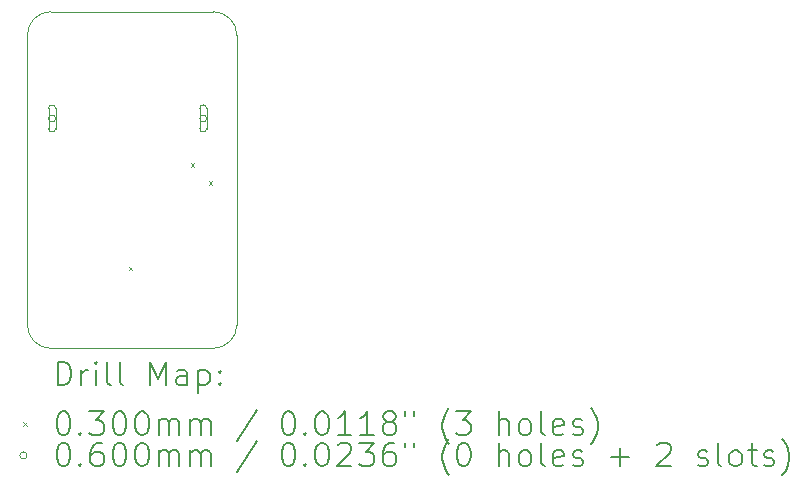
<source format=gbr>
%TF.GenerationSoftware,KiCad,Pcbnew,9.0.3*%
%TF.CreationDate,2025-09-05T20:04:56+02:00*%
%TF.ProjectId,SwitchHolderAdapter,53776974-6368-4486-9f6c-646572416461,rev?*%
%TF.SameCoordinates,Original*%
%TF.FileFunction,Drillmap*%
%TF.FilePolarity,Positive*%
%FSLAX45Y45*%
G04 Gerber Fmt 4.5, Leading zero omitted, Abs format (unit mm)*
G04 Created by KiCad (PCBNEW 9.0.3) date 2025-09-05 20:04:56*
%MOMM*%
%LPD*%
G01*
G04 APERTURE LIST*
%ADD10C,0.050000*%
%ADD11C,0.200000*%
%ADD12C,0.100000*%
G04 APERTURE END LIST*
D10*
X15175000Y-7350000D02*
G75*
G02*
X15375000Y-7550000I0J-200000D01*
G01*
X13600000Y-7550000D02*
G75*
G02*
X13800000Y-7350000I200000J0D01*
G01*
X15375000Y-10000000D02*
G75*
G02*
X15175000Y-10200000I-200000J0D01*
G01*
X13800000Y-10200000D02*
G75*
G02*
X13600000Y-10000000I0J200000D01*
G01*
X13800000Y-7350000D02*
X15175000Y-7350000D01*
X15375000Y-7550000D02*
X15375000Y-10000000D01*
X13600000Y-10000000D02*
X13600000Y-7550000D01*
X15175000Y-10200000D02*
X13800000Y-10200000D01*
D11*
D12*
X14460000Y-9510000D02*
X14490000Y-9540000D01*
X14490000Y-9510000D02*
X14460000Y-9540000D01*
X14985000Y-8635000D02*
X15015000Y-8665000D01*
X15015000Y-8635000D02*
X14985000Y-8665000D01*
X15135000Y-8785000D02*
X15165000Y-8815000D01*
X15165000Y-8785000D02*
X15135000Y-8815000D01*
X13840000Y-8254000D02*
G75*
G02*
X13780000Y-8254000I-30000J0D01*
G01*
X13780000Y-8254000D02*
G75*
G02*
X13840000Y-8254000I30000J0D01*
G01*
X13840000Y-8339000D02*
X13840000Y-8169000D01*
X13780000Y-8169000D02*
G75*
G02*
X13840000Y-8169000I30000J0D01*
G01*
X13780000Y-8169000D02*
X13780000Y-8339000D01*
X13780000Y-8339000D02*
G75*
G03*
X13840000Y-8339000I30000J0D01*
G01*
X15120000Y-8254000D02*
G75*
G02*
X15060000Y-8254000I-30000J0D01*
G01*
X15060000Y-8254000D02*
G75*
G02*
X15120000Y-8254000I30000J0D01*
G01*
X15120000Y-8339000D02*
X15120000Y-8169000D01*
X15060000Y-8169000D02*
G75*
G02*
X15120000Y-8169000I30000J0D01*
G01*
X15060000Y-8169000D02*
X15060000Y-8339000D01*
X15060000Y-8339000D02*
G75*
G03*
X15120000Y-8339000I30000J0D01*
G01*
D11*
X13858277Y-10513984D02*
X13858277Y-10313984D01*
X13858277Y-10313984D02*
X13905896Y-10313984D01*
X13905896Y-10313984D02*
X13934467Y-10323508D01*
X13934467Y-10323508D02*
X13953515Y-10342555D01*
X13953515Y-10342555D02*
X13963039Y-10361603D01*
X13963039Y-10361603D02*
X13972562Y-10399698D01*
X13972562Y-10399698D02*
X13972562Y-10428270D01*
X13972562Y-10428270D02*
X13963039Y-10466365D01*
X13963039Y-10466365D02*
X13953515Y-10485412D01*
X13953515Y-10485412D02*
X13934467Y-10504460D01*
X13934467Y-10504460D02*
X13905896Y-10513984D01*
X13905896Y-10513984D02*
X13858277Y-10513984D01*
X14058277Y-10513984D02*
X14058277Y-10380650D01*
X14058277Y-10418746D02*
X14067801Y-10399698D01*
X14067801Y-10399698D02*
X14077324Y-10390174D01*
X14077324Y-10390174D02*
X14096372Y-10380650D01*
X14096372Y-10380650D02*
X14115420Y-10380650D01*
X14182086Y-10513984D02*
X14182086Y-10380650D01*
X14182086Y-10313984D02*
X14172562Y-10323508D01*
X14172562Y-10323508D02*
X14182086Y-10333031D01*
X14182086Y-10333031D02*
X14191610Y-10323508D01*
X14191610Y-10323508D02*
X14182086Y-10313984D01*
X14182086Y-10313984D02*
X14182086Y-10333031D01*
X14305896Y-10513984D02*
X14286848Y-10504460D01*
X14286848Y-10504460D02*
X14277324Y-10485412D01*
X14277324Y-10485412D02*
X14277324Y-10313984D01*
X14410658Y-10513984D02*
X14391610Y-10504460D01*
X14391610Y-10504460D02*
X14382086Y-10485412D01*
X14382086Y-10485412D02*
X14382086Y-10313984D01*
X14639229Y-10513984D02*
X14639229Y-10313984D01*
X14639229Y-10313984D02*
X14705896Y-10456841D01*
X14705896Y-10456841D02*
X14772562Y-10313984D01*
X14772562Y-10313984D02*
X14772562Y-10513984D01*
X14953515Y-10513984D02*
X14953515Y-10409222D01*
X14953515Y-10409222D02*
X14943991Y-10390174D01*
X14943991Y-10390174D02*
X14924943Y-10380650D01*
X14924943Y-10380650D02*
X14886848Y-10380650D01*
X14886848Y-10380650D02*
X14867801Y-10390174D01*
X14953515Y-10504460D02*
X14934467Y-10513984D01*
X14934467Y-10513984D02*
X14886848Y-10513984D01*
X14886848Y-10513984D02*
X14867801Y-10504460D01*
X14867801Y-10504460D02*
X14858277Y-10485412D01*
X14858277Y-10485412D02*
X14858277Y-10466365D01*
X14858277Y-10466365D02*
X14867801Y-10447317D01*
X14867801Y-10447317D02*
X14886848Y-10437793D01*
X14886848Y-10437793D02*
X14934467Y-10437793D01*
X14934467Y-10437793D02*
X14953515Y-10428270D01*
X15048753Y-10380650D02*
X15048753Y-10580650D01*
X15048753Y-10390174D02*
X15067801Y-10380650D01*
X15067801Y-10380650D02*
X15105896Y-10380650D01*
X15105896Y-10380650D02*
X15124943Y-10390174D01*
X15124943Y-10390174D02*
X15134467Y-10399698D01*
X15134467Y-10399698D02*
X15143991Y-10418746D01*
X15143991Y-10418746D02*
X15143991Y-10475889D01*
X15143991Y-10475889D02*
X15134467Y-10494936D01*
X15134467Y-10494936D02*
X15124943Y-10504460D01*
X15124943Y-10504460D02*
X15105896Y-10513984D01*
X15105896Y-10513984D02*
X15067801Y-10513984D01*
X15067801Y-10513984D02*
X15048753Y-10504460D01*
X15229705Y-10494936D02*
X15239229Y-10504460D01*
X15239229Y-10504460D02*
X15229705Y-10513984D01*
X15229705Y-10513984D02*
X15220182Y-10504460D01*
X15220182Y-10504460D02*
X15229705Y-10494936D01*
X15229705Y-10494936D02*
X15229705Y-10513984D01*
X15229705Y-10390174D02*
X15239229Y-10399698D01*
X15239229Y-10399698D02*
X15229705Y-10409222D01*
X15229705Y-10409222D02*
X15220182Y-10399698D01*
X15220182Y-10399698D02*
X15229705Y-10390174D01*
X15229705Y-10390174D02*
X15229705Y-10409222D01*
D12*
X13567500Y-10827500D02*
X13597500Y-10857500D01*
X13597500Y-10827500D02*
X13567500Y-10857500D01*
D11*
X13896372Y-10733984D02*
X13915420Y-10733984D01*
X13915420Y-10733984D02*
X13934467Y-10743508D01*
X13934467Y-10743508D02*
X13943991Y-10753031D01*
X13943991Y-10753031D02*
X13953515Y-10772079D01*
X13953515Y-10772079D02*
X13963039Y-10810174D01*
X13963039Y-10810174D02*
X13963039Y-10857793D01*
X13963039Y-10857793D02*
X13953515Y-10895889D01*
X13953515Y-10895889D02*
X13943991Y-10914936D01*
X13943991Y-10914936D02*
X13934467Y-10924460D01*
X13934467Y-10924460D02*
X13915420Y-10933984D01*
X13915420Y-10933984D02*
X13896372Y-10933984D01*
X13896372Y-10933984D02*
X13877324Y-10924460D01*
X13877324Y-10924460D02*
X13867801Y-10914936D01*
X13867801Y-10914936D02*
X13858277Y-10895889D01*
X13858277Y-10895889D02*
X13848753Y-10857793D01*
X13848753Y-10857793D02*
X13848753Y-10810174D01*
X13848753Y-10810174D02*
X13858277Y-10772079D01*
X13858277Y-10772079D02*
X13867801Y-10753031D01*
X13867801Y-10753031D02*
X13877324Y-10743508D01*
X13877324Y-10743508D02*
X13896372Y-10733984D01*
X14048753Y-10914936D02*
X14058277Y-10924460D01*
X14058277Y-10924460D02*
X14048753Y-10933984D01*
X14048753Y-10933984D02*
X14039229Y-10924460D01*
X14039229Y-10924460D02*
X14048753Y-10914936D01*
X14048753Y-10914936D02*
X14048753Y-10933984D01*
X14124943Y-10733984D02*
X14248753Y-10733984D01*
X14248753Y-10733984D02*
X14182086Y-10810174D01*
X14182086Y-10810174D02*
X14210658Y-10810174D01*
X14210658Y-10810174D02*
X14229705Y-10819698D01*
X14229705Y-10819698D02*
X14239229Y-10829222D01*
X14239229Y-10829222D02*
X14248753Y-10848270D01*
X14248753Y-10848270D02*
X14248753Y-10895889D01*
X14248753Y-10895889D02*
X14239229Y-10914936D01*
X14239229Y-10914936D02*
X14229705Y-10924460D01*
X14229705Y-10924460D02*
X14210658Y-10933984D01*
X14210658Y-10933984D02*
X14153515Y-10933984D01*
X14153515Y-10933984D02*
X14134467Y-10924460D01*
X14134467Y-10924460D02*
X14124943Y-10914936D01*
X14372562Y-10733984D02*
X14391610Y-10733984D01*
X14391610Y-10733984D02*
X14410658Y-10743508D01*
X14410658Y-10743508D02*
X14420182Y-10753031D01*
X14420182Y-10753031D02*
X14429705Y-10772079D01*
X14429705Y-10772079D02*
X14439229Y-10810174D01*
X14439229Y-10810174D02*
X14439229Y-10857793D01*
X14439229Y-10857793D02*
X14429705Y-10895889D01*
X14429705Y-10895889D02*
X14420182Y-10914936D01*
X14420182Y-10914936D02*
X14410658Y-10924460D01*
X14410658Y-10924460D02*
X14391610Y-10933984D01*
X14391610Y-10933984D02*
X14372562Y-10933984D01*
X14372562Y-10933984D02*
X14353515Y-10924460D01*
X14353515Y-10924460D02*
X14343991Y-10914936D01*
X14343991Y-10914936D02*
X14334467Y-10895889D01*
X14334467Y-10895889D02*
X14324943Y-10857793D01*
X14324943Y-10857793D02*
X14324943Y-10810174D01*
X14324943Y-10810174D02*
X14334467Y-10772079D01*
X14334467Y-10772079D02*
X14343991Y-10753031D01*
X14343991Y-10753031D02*
X14353515Y-10743508D01*
X14353515Y-10743508D02*
X14372562Y-10733984D01*
X14563039Y-10733984D02*
X14582086Y-10733984D01*
X14582086Y-10733984D02*
X14601134Y-10743508D01*
X14601134Y-10743508D02*
X14610658Y-10753031D01*
X14610658Y-10753031D02*
X14620182Y-10772079D01*
X14620182Y-10772079D02*
X14629705Y-10810174D01*
X14629705Y-10810174D02*
X14629705Y-10857793D01*
X14629705Y-10857793D02*
X14620182Y-10895889D01*
X14620182Y-10895889D02*
X14610658Y-10914936D01*
X14610658Y-10914936D02*
X14601134Y-10924460D01*
X14601134Y-10924460D02*
X14582086Y-10933984D01*
X14582086Y-10933984D02*
X14563039Y-10933984D01*
X14563039Y-10933984D02*
X14543991Y-10924460D01*
X14543991Y-10924460D02*
X14534467Y-10914936D01*
X14534467Y-10914936D02*
X14524943Y-10895889D01*
X14524943Y-10895889D02*
X14515420Y-10857793D01*
X14515420Y-10857793D02*
X14515420Y-10810174D01*
X14515420Y-10810174D02*
X14524943Y-10772079D01*
X14524943Y-10772079D02*
X14534467Y-10753031D01*
X14534467Y-10753031D02*
X14543991Y-10743508D01*
X14543991Y-10743508D02*
X14563039Y-10733984D01*
X14715420Y-10933984D02*
X14715420Y-10800650D01*
X14715420Y-10819698D02*
X14724943Y-10810174D01*
X14724943Y-10810174D02*
X14743991Y-10800650D01*
X14743991Y-10800650D02*
X14772563Y-10800650D01*
X14772563Y-10800650D02*
X14791610Y-10810174D01*
X14791610Y-10810174D02*
X14801134Y-10829222D01*
X14801134Y-10829222D02*
X14801134Y-10933984D01*
X14801134Y-10829222D02*
X14810658Y-10810174D01*
X14810658Y-10810174D02*
X14829705Y-10800650D01*
X14829705Y-10800650D02*
X14858277Y-10800650D01*
X14858277Y-10800650D02*
X14877324Y-10810174D01*
X14877324Y-10810174D02*
X14886848Y-10829222D01*
X14886848Y-10829222D02*
X14886848Y-10933984D01*
X14982086Y-10933984D02*
X14982086Y-10800650D01*
X14982086Y-10819698D02*
X14991610Y-10810174D01*
X14991610Y-10810174D02*
X15010658Y-10800650D01*
X15010658Y-10800650D02*
X15039229Y-10800650D01*
X15039229Y-10800650D02*
X15058277Y-10810174D01*
X15058277Y-10810174D02*
X15067801Y-10829222D01*
X15067801Y-10829222D02*
X15067801Y-10933984D01*
X15067801Y-10829222D02*
X15077324Y-10810174D01*
X15077324Y-10810174D02*
X15096372Y-10800650D01*
X15096372Y-10800650D02*
X15124943Y-10800650D01*
X15124943Y-10800650D02*
X15143991Y-10810174D01*
X15143991Y-10810174D02*
X15153515Y-10829222D01*
X15153515Y-10829222D02*
X15153515Y-10933984D01*
X15543991Y-10724460D02*
X15372563Y-10981603D01*
X15801134Y-10733984D02*
X15820182Y-10733984D01*
X15820182Y-10733984D02*
X15839229Y-10743508D01*
X15839229Y-10743508D02*
X15848753Y-10753031D01*
X15848753Y-10753031D02*
X15858277Y-10772079D01*
X15858277Y-10772079D02*
X15867801Y-10810174D01*
X15867801Y-10810174D02*
X15867801Y-10857793D01*
X15867801Y-10857793D02*
X15858277Y-10895889D01*
X15858277Y-10895889D02*
X15848753Y-10914936D01*
X15848753Y-10914936D02*
X15839229Y-10924460D01*
X15839229Y-10924460D02*
X15820182Y-10933984D01*
X15820182Y-10933984D02*
X15801134Y-10933984D01*
X15801134Y-10933984D02*
X15782086Y-10924460D01*
X15782086Y-10924460D02*
X15772563Y-10914936D01*
X15772563Y-10914936D02*
X15763039Y-10895889D01*
X15763039Y-10895889D02*
X15753515Y-10857793D01*
X15753515Y-10857793D02*
X15753515Y-10810174D01*
X15753515Y-10810174D02*
X15763039Y-10772079D01*
X15763039Y-10772079D02*
X15772563Y-10753031D01*
X15772563Y-10753031D02*
X15782086Y-10743508D01*
X15782086Y-10743508D02*
X15801134Y-10733984D01*
X15953515Y-10914936D02*
X15963039Y-10924460D01*
X15963039Y-10924460D02*
X15953515Y-10933984D01*
X15953515Y-10933984D02*
X15943991Y-10924460D01*
X15943991Y-10924460D02*
X15953515Y-10914936D01*
X15953515Y-10914936D02*
X15953515Y-10933984D01*
X16086848Y-10733984D02*
X16105896Y-10733984D01*
X16105896Y-10733984D02*
X16124944Y-10743508D01*
X16124944Y-10743508D02*
X16134467Y-10753031D01*
X16134467Y-10753031D02*
X16143991Y-10772079D01*
X16143991Y-10772079D02*
X16153515Y-10810174D01*
X16153515Y-10810174D02*
X16153515Y-10857793D01*
X16153515Y-10857793D02*
X16143991Y-10895889D01*
X16143991Y-10895889D02*
X16134467Y-10914936D01*
X16134467Y-10914936D02*
X16124944Y-10924460D01*
X16124944Y-10924460D02*
X16105896Y-10933984D01*
X16105896Y-10933984D02*
X16086848Y-10933984D01*
X16086848Y-10933984D02*
X16067801Y-10924460D01*
X16067801Y-10924460D02*
X16058277Y-10914936D01*
X16058277Y-10914936D02*
X16048753Y-10895889D01*
X16048753Y-10895889D02*
X16039229Y-10857793D01*
X16039229Y-10857793D02*
X16039229Y-10810174D01*
X16039229Y-10810174D02*
X16048753Y-10772079D01*
X16048753Y-10772079D02*
X16058277Y-10753031D01*
X16058277Y-10753031D02*
X16067801Y-10743508D01*
X16067801Y-10743508D02*
X16086848Y-10733984D01*
X16343991Y-10933984D02*
X16229706Y-10933984D01*
X16286848Y-10933984D02*
X16286848Y-10733984D01*
X16286848Y-10733984D02*
X16267801Y-10762555D01*
X16267801Y-10762555D02*
X16248753Y-10781603D01*
X16248753Y-10781603D02*
X16229706Y-10791127D01*
X16534467Y-10933984D02*
X16420182Y-10933984D01*
X16477325Y-10933984D02*
X16477325Y-10733984D01*
X16477325Y-10733984D02*
X16458277Y-10762555D01*
X16458277Y-10762555D02*
X16439229Y-10781603D01*
X16439229Y-10781603D02*
X16420182Y-10791127D01*
X16648753Y-10819698D02*
X16629706Y-10810174D01*
X16629706Y-10810174D02*
X16620182Y-10800650D01*
X16620182Y-10800650D02*
X16610658Y-10781603D01*
X16610658Y-10781603D02*
X16610658Y-10772079D01*
X16610658Y-10772079D02*
X16620182Y-10753031D01*
X16620182Y-10753031D02*
X16629706Y-10743508D01*
X16629706Y-10743508D02*
X16648753Y-10733984D01*
X16648753Y-10733984D02*
X16686848Y-10733984D01*
X16686848Y-10733984D02*
X16705896Y-10743508D01*
X16705896Y-10743508D02*
X16715420Y-10753031D01*
X16715420Y-10753031D02*
X16724944Y-10772079D01*
X16724944Y-10772079D02*
X16724944Y-10781603D01*
X16724944Y-10781603D02*
X16715420Y-10800650D01*
X16715420Y-10800650D02*
X16705896Y-10810174D01*
X16705896Y-10810174D02*
X16686848Y-10819698D01*
X16686848Y-10819698D02*
X16648753Y-10819698D01*
X16648753Y-10819698D02*
X16629706Y-10829222D01*
X16629706Y-10829222D02*
X16620182Y-10838746D01*
X16620182Y-10838746D02*
X16610658Y-10857793D01*
X16610658Y-10857793D02*
X16610658Y-10895889D01*
X16610658Y-10895889D02*
X16620182Y-10914936D01*
X16620182Y-10914936D02*
X16629706Y-10924460D01*
X16629706Y-10924460D02*
X16648753Y-10933984D01*
X16648753Y-10933984D02*
X16686848Y-10933984D01*
X16686848Y-10933984D02*
X16705896Y-10924460D01*
X16705896Y-10924460D02*
X16715420Y-10914936D01*
X16715420Y-10914936D02*
X16724944Y-10895889D01*
X16724944Y-10895889D02*
X16724944Y-10857793D01*
X16724944Y-10857793D02*
X16715420Y-10838746D01*
X16715420Y-10838746D02*
X16705896Y-10829222D01*
X16705896Y-10829222D02*
X16686848Y-10819698D01*
X16801134Y-10733984D02*
X16801134Y-10772079D01*
X16877325Y-10733984D02*
X16877325Y-10772079D01*
X17172563Y-11010174D02*
X17163039Y-11000650D01*
X17163039Y-11000650D02*
X17143991Y-10972079D01*
X17143991Y-10972079D02*
X17134468Y-10953031D01*
X17134468Y-10953031D02*
X17124944Y-10924460D01*
X17124944Y-10924460D02*
X17115420Y-10876841D01*
X17115420Y-10876841D02*
X17115420Y-10838746D01*
X17115420Y-10838746D02*
X17124944Y-10791127D01*
X17124944Y-10791127D02*
X17134468Y-10762555D01*
X17134468Y-10762555D02*
X17143991Y-10743508D01*
X17143991Y-10743508D02*
X17163039Y-10714936D01*
X17163039Y-10714936D02*
X17172563Y-10705412D01*
X17229706Y-10733984D02*
X17353515Y-10733984D01*
X17353515Y-10733984D02*
X17286849Y-10810174D01*
X17286849Y-10810174D02*
X17315420Y-10810174D01*
X17315420Y-10810174D02*
X17334468Y-10819698D01*
X17334468Y-10819698D02*
X17343991Y-10829222D01*
X17343991Y-10829222D02*
X17353515Y-10848270D01*
X17353515Y-10848270D02*
X17353515Y-10895889D01*
X17353515Y-10895889D02*
X17343991Y-10914936D01*
X17343991Y-10914936D02*
X17334468Y-10924460D01*
X17334468Y-10924460D02*
X17315420Y-10933984D01*
X17315420Y-10933984D02*
X17258277Y-10933984D01*
X17258277Y-10933984D02*
X17239230Y-10924460D01*
X17239230Y-10924460D02*
X17229706Y-10914936D01*
X17591611Y-10933984D02*
X17591611Y-10733984D01*
X17677325Y-10933984D02*
X17677325Y-10829222D01*
X17677325Y-10829222D02*
X17667801Y-10810174D01*
X17667801Y-10810174D02*
X17648753Y-10800650D01*
X17648753Y-10800650D02*
X17620182Y-10800650D01*
X17620182Y-10800650D02*
X17601134Y-10810174D01*
X17601134Y-10810174D02*
X17591611Y-10819698D01*
X17801134Y-10933984D02*
X17782087Y-10924460D01*
X17782087Y-10924460D02*
X17772563Y-10914936D01*
X17772563Y-10914936D02*
X17763039Y-10895889D01*
X17763039Y-10895889D02*
X17763039Y-10838746D01*
X17763039Y-10838746D02*
X17772563Y-10819698D01*
X17772563Y-10819698D02*
X17782087Y-10810174D01*
X17782087Y-10810174D02*
X17801134Y-10800650D01*
X17801134Y-10800650D02*
X17829706Y-10800650D01*
X17829706Y-10800650D02*
X17848753Y-10810174D01*
X17848753Y-10810174D02*
X17858277Y-10819698D01*
X17858277Y-10819698D02*
X17867801Y-10838746D01*
X17867801Y-10838746D02*
X17867801Y-10895889D01*
X17867801Y-10895889D02*
X17858277Y-10914936D01*
X17858277Y-10914936D02*
X17848753Y-10924460D01*
X17848753Y-10924460D02*
X17829706Y-10933984D01*
X17829706Y-10933984D02*
X17801134Y-10933984D01*
X17982087Y-10933984D02*
X17963039Y-10924460D01*
X17963039Y-10924460D02*
X17953515Y-10905412D01*
X17953515Y-10905412D02*
X17953515Y-10733984D01*
X18134468Y-10924460D02*
X18115420Y-10933984D01*
X18115420Y-10933984D02*
X18077325Y-10933984D01*
X18077325Y-10933984D02*
X18058277Y-10924460D01*
X18058277Y-10924460D02*
X18048753Y-10905412D01*
X18048753Y-10905412D02*
X18048753Y-10829222D01*
X18048753Y-10829222D02*
X18058277Y-10810174D01*
X18058277Y-10810174D02*
X18077325Y-10800650D01*
X18077325Y-10800650D02*
X18115420Y-10800650D01*
X18115420Y-10800650D02*
X18134468Y-10810174D01*
X18134468Y-10810174D02*
X18143992Y-10829222D01*
X18143992Y-10829222D02*
X18143992Y-10848270D01*
X18143992Y-10848270D02*
X18048753Y-10867317D01*
X18220182Y-10924460D02*
X18239230Y-10933984D01*
X18239230Y-10933984D02*
X18277325Y-10933984D01*
X18277325Y-10933984D02*
X18296373Y-10924460D01*
X18296373Y-10924460D02*
X18305896Y-10905412D01*
X18305896Y-10905412D02*
X18305896Y-10895889D01*
X18305896Y-10895889D02*
X18296373Y-10876841D01*
X18296373Y-10876841D02*
X18277325Y-10867317D01*
X18277325Y-10867317D02*
X18248753Y-10867317D01*
X18248753Y-10867317D02*
X18229706Y-10857793D01*
X18229706Y-10857793D02*
X18220182Y-10838746D01*
X18220182Y-10838746D02*
X18220182Y-10829222D01*
X18220182Y-10829222D02*
X18229706Y-10810174D01*
X18229706Y-10810174D02*
X18248753Y-10800650D01*
X18248753Y-10800650D02*
X18277325Y-10800650D01*
X18277325Y-10800650D02*
X18296373Y-10810174D01*
X18372563Y-11010174D02*
X18382087Y-11000650D01*
X18382087Y-11000650D02*
X18401134Y-10972079D01*
X18401134Y-10972079D02*
X18410658Y-10953031D01*
X18410658Y-10953031D02*
X18420182Y-10924460D01*
X18420182Y-10924460D02*
X18429706Y-10876841D01*
X18429706Y-10876841D02*
X18429706Y-10838746D01*
X18429706Y-10838746D02*
X18420182Y-10791127D01*
X18420182Y-10791127D02*
X18410658Y-10762555D01*
X18410658Y-10762555D02*
X18401134Y-10743508D01*
X18401134Y-10743508D02*
X18382087Y-10714936D01*
X18382087Y-10714936D02*
X18372563Y-10705412D01*
D12*
X13597500Y-11106500D02*
G75*
G02*
X13537500Y-11106500I-30000J0D01*
G01*
X13537500Y-11106500D02*
G75*
G02*
X13597500Y-11106500I30000J0D01*
G01*
D11*
X13896372Y-10997984D02*
X13915420Y-10997984D01*
X13915420Y-10997984D02*
X13934467Y-11007508D01*
X13934467Y-11007508D02*
X13943991Y-11017031D01*
X13943991Y-11017031D02*
X13953515Y-11036079D01*
X13953515Y-11036079D02*
X13963039Y-11074174D01*
X13963039Y-11074174D02*
X13963039Y-11121793D01*
X13963039Y-11121793D02*
X13953515Y-11159889D01*
X13953515Y-11159889D02*
X13943991Y-11178936D01*
X13943991Y-11178936D02*
X13934467Y-11188460D01*
X13934467Y-11188460D02*
X13915420Y-11197984D01*
X13915420Y-11197984D02*
X13896372Y-11197984D01*
X13896372Y-11197984D02*
X13877324Y-11188460D01*
X13877324Y-11188460D02*
X13867801Y-11178936D01*
X13867801Y-11178936D02*
X13858277Y-11159889D01*
X13858277Y-11159889D02*
X13848753Y-11121793D01*
X13848753Y-11121793D02*
X13848753Y-11074174D01*
X13848753Y-11074174D02*
X13858277Y-11036079D01*
X13858277Y-11036079D02*
X13867801Y-11017031D01*
X13867801Y-11017031D02*
X13877324Y-11007508D01*
X13877324Y-11007508D02*
X13896372Y-10997984D01*
X14048753Y-11178936D02*
X14058277Y-11188460D01*
X14058277Y-11188460D02*
X14048753Y-11197984D01*
X14048753Y-11197984D02*
X14039229Y-11188460D01*
X14039229Y-11188460D02*
X14048753Y-11178936D01*
X14048753Y-11178936D02*
X14048753Y-11197984D01*
X14229705Y-10997984D02*
X14191610Y-10997984D01*
X14191610Y-10997984D02*
X14172562Y-11007508D01*
X14172562Y-11007508D02*
X14163039Y-11017031D01*
X14163039Y-11017031D02*
X14143991Y-11045603D01*
X14143991Y-11045603D02*
X14134467Y-11083698D01*
X14134467Y-11083698D02*
X14134467Y-11159889D01*
X14134467Y-11159889D02*
X14143991Y-11178936D01*
X14143991Y-11178936D02*
X14153515Y-11188460D01*
X14153515Y-11188460D02*
X14172562Y-11197984D01*
X14172562Y-11197984D02*
X14210658Y-11197984D01*
X14210658Y-11197984D02*
X14229705Y-11188460D01*
X14229705Y-11188460D02*
X14239229Y-11178936D01*
X14239229Y-11178936D02*
X14248753Y-11159889D01*
X14248753Y-11159889D02*
X14248753Y-11112270D01*
X14248753Y-11112270D02*
X14239229Y-11093222D01*
X14239229Y-11093222D02*
X14229705Y-11083698D01*
X14229705Y-11083698D02*
X14210658Y-11074174D01*
X14210658Y-11074174D02*
X14172562Y-11074174D01*
X14172562Y-11074174D02*
X14153515Y-11083698D01*
X14153515Y-11083698D02*
X14143991Y-11093222D01*
X14143991Y-11093222D02*
X14134467Y-11112270D01*
X14372562Y-10997984D02*
X14391610Y-10997984D01*
X14391610Y-10997984D02*
X14410658Y-11007508D01*
X14410658Y-11007508D02*
X14420182Y-11017031D01*
X14420182Y-11017031D02*
X14429705Y-11036079D01*
X14429705Y-11036079D02*
X14439229Y-11074174D01*
X14439229Y-11074174D02*
X14439229Y-11121793D01*
X14439229Y-11121793D02*
X14429705Y-11159889D01*
X14429705Y-11159889D02*
X14420182Y-11178936D01*
X14420182Y-11178936D02*
X14410658Y-11188460D01*
X14410658Y-11188460D02*
X14391610Y-11197984D01*
X14391610Y-11197984D02*
X14372562Y-11197984D01*
X14372562Y-11197984D02*
X14353515Y-11188460D01*
X14353515Y-11188460D02*
X14343991Y-11178936D01*
X14343991Y-11178936D02*
X14334467Y-11159889D01*
X14334467Y-11159889D02*
X14324943Y-11121793D01*
X14324943Y-11121793D02*
X14324943Y-11074174D01*
X14324943Y-11074174D02*
X14334467Y-11036079D01*
X14334467Y-11036079D02*
X14343991Y-11017031D01*
X14343991Y-11017031D02*
X14353515Y-11007508D01*
X14353515Y-11007508D02*
X14372562Y-10997984D01*
X14563039Y-10997984D02*
X14582086Y-10997984D01*
X14582086Y-10997984D02*
X14601134Y-11007508D01*
X14601134Y-11007508D02*
X14610658Y-11017031D01*
X14610658Y-11017031D02*
X14620182Y-11036079D01*
X14620182Y-11036079D02*
X14629705Y-11074174D01*
X14629705Y-11074174D02*
X14629705Y-11121793D01*
X14629705Y-11121793D02*
X14620182Y-11159889D01*
X14620182Y-11159889D02*
X14610658Y-11178936D01*
X14610658Y-11178936D02*
X14601134Y-11188460D01*
X14601134Y-11188460D02*
X14582086Y-11197984D01*
X14582086Y-11197984D02*
X14563039Y-11197984D01*
X14563039Y-11197984D02*
X14543991Y-11188460D01*
X14543991Y-11188460D02*
X14534467Y-11178936D01*
X14534467Y-11178936D02*
X14524943Y-11159889D01*
X14524943Y-11159889D02*
X14515420Y-11121793D01*
X14515420Y-11121793D02*
X14515420Y-11074174D01*
X14515420Y-11074174D02*
X14524943Y-11036079D01*
X14524943Y-11036079D02*
X14534467Y-11017031D01*
X14534467Y-11017031D02*
X14543991Y-11007508D01*
X14543991Y-11007508D02*
X14563039Y-10997984D01*
X14715420Y-11197984D02*
X14715420Y-11064650D01*
X14715420Y-11083698D02*
X14724943Y-11074174D01*
X14724943Y-11074174D02*
X14743991Y-11064650D01*
X14743991Y-11064650D02*
X14772563Y-11064650D01*
X14772563Y-11064650D02*
X14791610Y-11074174D01*
X14791610Y-11074174D02*
X14801134Y-11093222D01*
X14801134Y-11093222D02*
X14801134Y-11197984D01*
X14801134Y-11093222D02*
X14810658Y-11074174D01*
X14810658Y-11074174D02*
X14829705Y-11064650D01*
X14829705Y-11064650D02*
X14858277Y-11064650D01*
X14858277Y-11064650D02*
X14877324Y-11074174D01*
X14877324Y-11074174D02*
X14886848Y-11093222D01*
X14886848Y-11093222D02*
X14886848Y-11197984D01*
X14982086Y-11197984D02*
X14982086Y-11064650D01*
X14982086Y-11083698D02*
X14991610Y-11074174D01*
X14991610Y-11074174D02*
X15010658Y-11064650D01*
X15010658Y-11064650D02*
X15039229Y-11064650D01*
X15039229Y-11064650D02*
X15058277Y-11074174D01*
X15058277Y-11074174D02*
X15067801Y-11093222D01*
X15067801Y-11093222D02*
X15067801Y-11197984D01*
X15067801Y-11093222D02*
X15077324Y-11074174D01*
X15077324Y-11074174D02*
X15096372Y-11064650D01*
X15096372Y-11064650D02*
X15124943Y-11064650D01*
X15124943Y-11064650D02*
X15143991Y-11074174D01*
X15143991Y-11074174D02*
X15153515Y-11093222D01*
X15153515Y-11093222D02*
X15153515Y-11197984D01*
X15543991Y-10988460D02*
X15372563Y-11245603D01*
X15801134Y-10997984D02*
X15820182Y-10997984D01*
X15820182Y-10997984D02*
X15839229Y-11007508D01*
X15839229Y-11007508D02*
X15848753Y-11017031D01*
X15848753Y-11017031D02*
X15858277Y-11036079D01*
X15858277Y-11036079D02*
X15867801Y-11074174D01*
X15867801Y-11074174D02*
X15867801Y-11121793D01*
X15867801Y-11121793D02*
X15858277Y-11159889D01*
X15858277Y-11159889D02*
X15848753Y-11178936D01*
X15848753Y-11178936D02*
X15839229Y-11188460D01*
X15839229Y-11188460D02*
X15820182Y-11197984D01*
X15820182Y-11197984D02*
X15801134Y-11197984D01*
X15801134Y-11197984D02*
X15782086Y-11188460D01*
X15782086Y-11188460D02*
X15772563Y-11178936D01*
X15772563Y-11178936D02*
X15763039Y-11159889D01*
X15763039Y-11159889D02*
X15753515Y-11121793D01*
X15753515Y-11121793D02*
X15753515Y-11074174D01*
X15753515Y-11074174D02*
X15763039Y-11036079D01*
X15763039Y-11036079D02*
X15772563Y-11017031D01*
X15772563Y-11017031D02*
X15782086Y-11007508D01*
X15782086Y-11007508D02*
X15801134Y-10997984D01*
X15953515Y-11178936D02*
X15963039Y-11188460D01*
X15963039Y-11188460D02*
X15953515Y-11197984D01*
X15953515Y-11197984D02*
X15943991Y-11188460D01*
X15943991Y-11188460D02*
X15953515Y-11178936D01*
X15953515Y-11178936D02*
X15953515Y-11197984D01*
X16086848Y-10997984D02*
X16105896Y-10997984D01*
X16105896Y-10997984D02*
X16124944Y-11007508D01*
X16124944Y-11007508D02*
X16134467Y-11017031D01*
X16134467Y-11017031D02*
X16143991Y-11036079D01*
X16143991Y-11036079D02*
X16153515Y-11074174D01*
X16153515Y-11074174D02*
X16153515Y-11121793D01*
X16153515Y-11121793D02*
X16143991Y-11159889D01*
X16143991Y-11159889D02*
X16134467Y-11178936D01*
X16134467Y-11178936D02*
X16124944Y-11188460D01*
X16124944Y-11188460D02*
X16105896Y-11197984D01*
X16105896Y-11197984D02*
X16086848Y-11197984D01*
X16086848Y-11197984D02*
X16067801Y-11188460D01*
X16067801Y-11188460D02*
X16058277Y-11178936D01*
X16058277Y-11178936D02*
X16048753Y-11159889D01*
X16048753Y-11159889D02*
X16039229Y-11121793D01*
X16039229Y-11121793D02*
X16039229Y-11074174D01*
X16039229Y-11074174D02*
X16048753Y-11036079D01*
X16048753Y-11036079D02*
X16058277Y-11017031D01*
X16058277Y-11017031D02*
X16067801Y-11007508D01*
X16067801Y-11007508D02*
X16086848Y-10997984D01*
X16229706Y-11017031D02*
X16239229Y-11007508D01*
X16239229Y-11007508D02*
X16258277Y-10997984D01*
X16258277Y-10997984D02*
X16305896Y-10997984D01*
X16305896Y-10997984D02*
X16324944Y-11007508D01*
X16324944Y-11007508D02*
X16334467Y-11017031D01*
X16334467Y-11017031D02*
X16343991Y-11036079D01*
X16343991Y-11036079D02*
X16343991Y-11055127D01*
X16343991Y-11055127D02*
X16334467Y-11083698D01*
X16334467Y-11083698D02*
X16220182Y-11197984D01*
X16220182Y-11197984D02*
X16343991Y-11197984D01*
X16410658Y-10997984D02*
X16534467Y-10997984D01*
X16534467Y-10997984D02*
X16467801Y-11074174D01*
X16467801Y-11074174D02*
X16496372Y-11074174D01*
X16496372Y-11074174D02*
X16515420Y-11083698D01*
X16515420Y-11083698D02*
X16524944Y-11093222D01*
X16524944Y-11093222D02*
X16534467Y-11112270D01*
X16534467Y-11112270D02*
X16534467Y-11159889D01*
X16534467Y-11159889D02*
X16524944Y-11178936D01*
X16524944Y-11178936D02*
X16515420Y-11188460D01*
X16515420Y-11188460D02*
X16496372Y-11197984D01*
X16496372Y-11197984D02*
X16439229Y-11197984D01*
X16439229Y-11197984D02*
X16420182Y-11188460D01*
X16420182Y-11188460D02*
X16410658Y-11178936D01*
X16705896Y-10997984D02*
X16667801Y-10997984D01*
X16667801Y-10997984D02*
X16648753Y-11007508D01*
X16648753Y-11007508D02*
X16639229Y-11017031D01*
X16639229Y-11017031D02*
X16620182Y-11045603D01*
X16620182Y-11045603D02*
X16610658Y-11083698D01*
X16610658Y-11083698D02*
X16610658Y-11159889D01*
X16610658Y-11159889D02*
X16620182Y-11178936D01*
X16620182Y-11178936D02*
X16629706Y-11188460D01*
X16629706Y-11188460D02*
X16648753Y-11197984D01*
X16648753Y-11197984D02*
X16686848Y-11197984D01*
X16686848Y-11197984D02*
X16705896Y-11188460D01*
X16705896Y-11188460D02*
X16715420Y-11178936D01*
X16715420Y-11178936D02*
X16724944Y-11159889D01*
X16724944Y-11159889D02*
X16724944Y-11112270D01*
X16724944Y-11112270D02*
X16715420Y-11093222D01*
X16715420Y-11093222D02*
X16705896Y-11083698D01*
X16705896Y-11083698D02*
X16686848Y-11074174D01*
X16686848Y-11074174D02*
X16648753Y-11074174D01*
X16648753Y-11074174D02*
X16629706Y-11083698D01*
X16629706Y-11083698D02*
X16620182Y-11093222D01*
X16620182Y-11093222D02*
X16610658Y-11112270D01*
X16801134Y-10997984D02*
X16801134Y-11036079D01*
X16877325Y-10997984D02*
X16877325Y-11036079D01*
X17172563Y-11274174D02*
X17163039Y-11264650D01*
X17163039Y-11264650D02*
X17143991Y-11236079D01*
X17143991Y-11236079D02*
X17134468Y-11217031D01*
X17134468Y-11217031D02*
X17124944Y-11188460D01*
X17124944Y-11188460D02*
X17115420Y-11140841D01*
X17115420Y-11140841D02*
X17115420Y-11102746D01*
X17115420Y-11102746D02*
X17124944Y-11055127D01*
X17124944Y-11055127D02*
X17134468Y-11026555D01*
X17134468Y-11026555D02*
X17143991Y-11007508D01*
X17143991Y-11007508D02*
X17163039Y-10978936D01*
X17163039Y-10978936D02*
X17172563Y-10969412D01*
X17286849Y-10997984D02*
X17305896Y-10997984D01*
X17305896Y-10997984D02*
X17324944Y-11007508D01*
X17324944Y-11007508D02*
X17334468Y-11017031D01*
X17334468Y-11017031D02*
X17343991Y-11036079D01*
X17343991Y-11036079D02*
X17353515Y-11074174D01*
X17353515Y-11074174D02*
X17353515Y-11121793D01*
X17353515Y-11121793D02*
X17343991Y-11159889D01*
X17343991Y-11159889D02*
X17334468Y-11178936D01*
X17334468Y-11178936D02*
X17324944Y-11188460D01*
X17324944Y-11188460D02*
X17305896Y-11197984D01*
X17305896Y-11197984D02*
X17286849Y-11197984D01*
X17286849Y-11197984D02*
X17267801Y-11188460D01*
X17267801Y-11188460D02*
X17258277Y-11178936D01*
X17258277Y-11178936D02*
X17248753Y-11159889D01*
X17248753Y-11159889D02*
X17239230Y-11121793D01*
X17239230Y-11121793D02*
X17239230Y-11074174D01*
X17239230Y-11074174D02*
X17248753Y-11036079D01*
X17248753Y-11036079D02*
X17258277Y-11017031D01*
X17258277Y-11017031D02*
X17267801Y-11007508D01*
X17267801Y-11007508D02*
X17286849Y-10997984D01*
X17591611Y-11197984D02*
X17591611Y-10997984D01*
X17677325Y-11197984D02*
X17677325Y-11093222D01*
X17677325Y-11093222D02*
X17667801Y-11074174D01*
X17667801Y-11074174D02*
X17648753Y-11064650D01*
X17648753Y-11064650D02*
X17620182Y-11064650D01*
X17620182Y-11064650D02*
X17601134Y-11074174D01*
X17601134Y-11074174D02*
X17591611Y-11083698D01*
X17801134Y-11197984D02*
X17782087Y-11188460D01*
X17782087Y-11188460D02*
X17772563Y-11178936D01*
X17772563Y-11178936D02*
X17763039Y-11159889D01*
X17763039Y-11159889D02*
X17763039Y-11102746D01*
X17763039Y-11102746D02*
X17772563Y-11083698D01*
X17772563Y-11083698D02*
X17782087Y-11074174D01*
X17782087Y-11074174D02*
X17801134Y-11064650D01*
X17801134Y-11064650D02*
X17829706Y-11064650D01*
X17829706Y-11064650D02*
X17848753Y-11074174D01*
X17848753Y-11074174D02*
X17858277Y-11083698D01*
X17858277Y-11083698D02*
X17867801Y-11102746D01*
X17867801Y-11102746D02*
X17867801Y-11159889D01*
X17867801Y-11159889D02*
X17858277Y-11178936D01*
X17858277Y-11178936D02*
X17848753Y-11188460D01*
X17848753Y-11188460D02*
X17829706Y-11197984D01*
X17829706Y-11197984D02*
X17801134Y-11197984D01*
X17982087Y-11197984D02*
X17963039Y-11188460D01*
X17963039Y-11188460D02*
X17953515Y-11169412D01*
X17953515Y-11169412D02*
X17953515Y-10997984D01*
X18134468Y-11188460D02*
X18115420Y-11197984D01*
X18115420Y-11197984D02*
X18077325Y-11197984D01*
X18077325Y-11197984D02*
X18058277Y-11188460D01*
X18058277Y-11188460D02*
X18048753Y-11169412D01*
X18048753Y-11169412D02*
X18048753Y-11093222D01*
X18048753Y-11093222D02*
X18058277Y-11074174D01*
X18058277Y-11074174D02*
X18077325Y-11064650D01*
X18077325Y-11064650D02*
X18115420Y-11064650D01*
X18115420Y-11064650D02*
X18134468Y-11074174D01*
X18134468Y-11074174D02*
X18143992Y-11093222D01*
X18143992Y-11093222D02*
X18143992Y-11112270D01*
X18143992Y-11112270D02*
X18048753Y-11131317D01*
X18220182Y-11188460D02*
X18239230Y-11197984D01*
X18239230Y-11197984D02*
X18277325Y-11197984D01*
X18277325Y-11197984D02*
X18296373Y-11188460D01*
X18296373Y-11188460D02*
X18305896Y-11169412D01*
X18305896Y-11169412D02*
X18305896Y-11159889D01*
X18305896Y-11159889D02*
X18296373Y-11140841D01*
X18296373Y-11140841D02*
X18277325Y-11131317D01*
X18277325Y-11131317D02*
X18248753Y-11131317D01*
X18248753Y-11131317D02*
X18229706Y-11121793D01*
X18229706Y-11121793D02*
X18220182Y-11102746D01*
X18220182Y-11102746D02*
X18220182Y-11093222D01*
X18220182Y-11093222D02*
X18229706Y-11074174D01*
X18229706Y-11074174D02*
X18248753Y-11064650D01*
X18248753Y-11064650D02*
X18277325Y-11064650D01*
X18277325Y-11064650D02*
X18296373Y-11074174D01*
X18543992Y-11121793D02*
X18696373Y-11121793D01*
X18620182Y-11197984D02*
X18620182Y-11045603D01*
X18934468Y-11017031D02*
X18943992Y-11007508D01*
X18943992Y-11007508D02*
X18963039Y-10997984D01*
X18963039Y-10997984D02*
X19010658Y-10997984D01*
X19010658Y-10997984D02*
X19029706Y-11007508D01*
X19029706Y-11007508D02*
X19039230Y-11017031D01*
X19039230Y-11017031D02*
X19048754Y-11036079D01*
X19048754Y-11036079D02*
X19048754Y-11055127D01*
X19048754Y-11055127D02*
X19039230Y-11083698D01*
X19039230Y-11083698D02*
X18924944Y-11197984D01*
X18924944Y-11197984D02*
X19048754Y-11197984D01*
X19277325Y-11188460D02*
X19296373Y-11197984D01*
X19296373Y-11197984D02*
X19334468Y-11197984D01*
X19334468Y-11197984D02*
X19353516Y-11188460D01*
X19353516Y-11188460D02*
X19363039Y-11169412D01*
X19363039Y-11169412D02*
X19363039Y-11159889D01*
X19363039Y-11159889D02*
X19353516Y-11140841D01*
X19353516Y-11140841D02*
X19334468Y-11131317D01*
X19334468Y-11131317D02*
X19305896Y-11131317D01*
X19305896Y-11131317D02*
X19286849Y-11121793D01*
X19286849Y-11121793D02*
X19277325Y-11102746D01*
X19277325Y-11102746D02*
X19277325Y-11093222D01*
X19277325Y-11093222D02*
X19286849Y-11074174D01*
X19286849Y-11074174D02*
X19305896Y-11064650D01*
X19305896Y-11064650D02*
X19334468Y-11064650D01*
X19334468Y-11064650D02*
X19353516Y-11074174D01*
X19477325Y-11197984D02*
X19458277Y-11188460D01*
X19458277Y-11188460D02*
X19448754Y-11169412D01*
X19448754Y-11169412D02*
X19448754Y-10997984D01*
X19582087Y-11197984D02*
X19563039Y-11188460D01*
X19563039Y-11188460D02*
X19553516Y-11178936D01*
X19553516Y-11178936D02*
X19543992Y-11159889D01*
X19543992Y-11159889D02*
X19543992Y-11102746D01*
X19543992Y-11102746D02*
X19553516Y-11083698D01*
X19553516Y-11083698D02*
X19563039Y-11074174D01*
X19563039Y-11074174D02*
X19582087Y-11064650D01*
X19582087Y-11064650D02*
X19610658Y-11064650D01*
X19610658Y-11064650D02*
X19629706Y-11074174D01*
X19629706Y-11074174D02*
X19639230Y-11083698D01*
X19639230Y-11083698D02*
X19648754Y-11102746D01*
X19648754Y-11102746D02*
X19648754Y-11159889D01*
X19648754Y-11159889D02*
X19639230Y-11178936D01*
X19639230Y-11178936D02*
X19629706Y-11188460D01*
X19629706Y-11188460D02*
X19610658Y-11197984D01*
X19610658Y-11197984D02*
X19582087Y-11197984D01*
X19705897Y-11064650D02*
X19782087Y-11064650D01*
X19734468Y-10997984D02*
X19734468Y-11169412D01*
X19734468Y-11169412D02*
X19743992Y-11188460D01*
X19743992Y-11188460D02*
X19763039Y-11197984D01*
X19763039Y-11197984D02*
X19782087Y-11197984D01*
X19839230Y-11188460D02*
X19858277Y-11197984D01*
X19858277Y-11197984D02*
X19896373Y-11197984D01*
X19896373Y-11197984D02*
X19915420Y-11188460D01*
X19915420Y-11188460D02*
X19924944Y-11169412D01*
X19924944Y-11169412D02*
X19924944Y-11159889D01*
X19924944Y-11159889D02*
X19915420Y-11140841D01*
X19915420Y-11140841D02*
X19896373Y-11131317D01*
X19896373Y-11131317D02*
X19867801Y-11131317D01*
X19867801Y-11131317D02*
X19848754Y-11121793D01*
X19848754Y-11121793D02*
X19839230Y-11102746D01*
X19839230Y-11102746D02*
X19839230Y-11093222D01*
X19839230Y-11093222D02*
X19848754Y-11074174D01*
X19848754Y-11074174D02*
X19867801Y-11064650D01*
X19867801Y-11064650D02*
X19896373Y-11064650D01*
X19896373Y-11064650D02*
X19915420Y-11074174D01*
X19991611Y-11274174D02*
X20001135Y-11264650D01*
X20001135Y-11264650D02*
X20020182Y-11236079D01*
X20020182Y-11236079D02*
X20029706Y-11217031D01*
X20029706Y-11217031D02*
X20039230Y-11188460D01*
X20039230Y-11188460D02*
X20048754Y-11140841D01*
X20048754Y-11140841D02*
X20048754Y-11102746D01*
X20048754Y-11102746D02*
X20039230Y-11055127D01*
X20039230Y-11055127D02*
X20029706Y-11026555D01*
X20029706Y-11026555D02*
X20020182Y-11007508D01*
X20020182Y-11007508D02*
X20001135Y-10978936D01*
X20001135Y-10978936D02*
X19991611Y-10969412D01*
M02*

</source>
